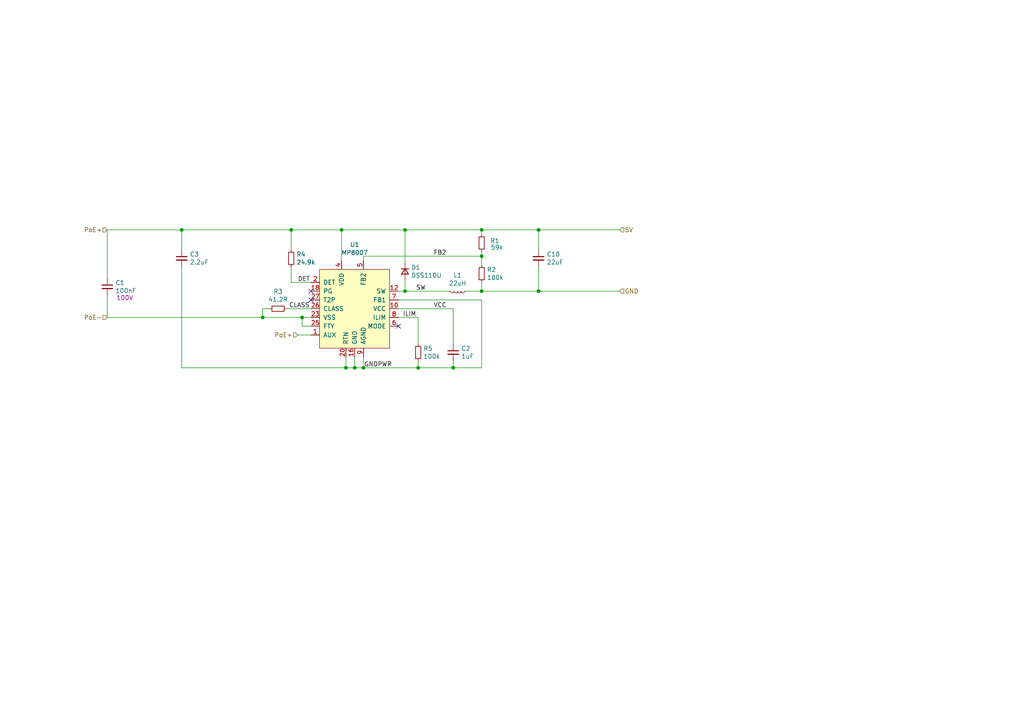
<source format=kicad_sch>
(kicad_sch (version 20211123) (generator eeschema)

  (uuid da469d11-a8a4-414b-9449-d151eeaf4853)

  (paper "A4")

  (lib_symbols
    (symbol "Device:C_Small" (pin_numbers hide) (pin_names (offset 0.254) hide) (in_bom yes) (on_board yes)
      (property "Reference" "C" (id 0) (at 0.254 1.778 0)
        (effects (font (size 1.27 1.27)) (justify left))
      )
      (property "Value" "C_Small" (id 1) (at 0.254 -2.032 0)
        (effects (font (size 1.27 1.27)) (justify left))
      )
      (property "Footprint" "" (id 2) (at 0 0 0)
        (effects (font (size 1.27 1.27)) hide)
      )
      (property "Datasheet" "~" (id 3) (at 0 0 0)
        (effects (font (size 1.27 1.27)) hide)
      )
      (property "ki_keywords" "capacitor cap" (id 4) (at 0 0 0)
        (effects (font (size 1.27 1.27)) hide)
      )
      (property "ki_description" "Unpolarized capacitor, small symbol" (id 5) (at 0 0 0)
        (effects (font (size 1.27 1.27)) hide)
      )
      (property "ki_fp_filters" "C_*" (id 6) (at 0 0 0)
        (effects (font (size 1.27 1.27)) hide)
      )
      (symbol "C_Small_0_1"
        (polyline
          (pts
            (xy -1.524 -0.508)
            (xy 1.524 -0.508)
          )
          (stroke (width 0.3302) (type default) (color 0 0 0 0))
          (fill (type none))
        )
        (polyline
          (pts
            (xy -1.524 0.508)
            (xy 1.524 0.508)
          )
          (stroke (width 0.3048) (type default) (color 0 0 0 0))
          (fill (type none))
        )
      )
      (symbol "C_Small_1_1"
        (pin passive line (at 0 2.54 270) (length 2.032)
          (name "~" (effects (font (size 1.27 1.27))))
          (number "1" (effects (font (size 1.27 1.27))))
        )
        (pin passive line (at 0 -2.54 90) (length 2.032)
          (name "~" (effects (font (size 1.27 1.27))))
          (number "2" (effects (font (size 1.27 1.27))))
        )
      )
    )
    (symbol "Device:D_Small" (pin_numbers hide) (pin_names (offset 0.254) hide) (in_bom yes) (on_board yes)
      (property "Reference" "D" (id 0) (at -1.27 2.032 0)
        (effects (font (size 1.27 1.27)) (justify left))
      )
      (property "Value" "D_Small" (id 1) (at -3.81 -2.032 0)
        (effects (font (size 1.27 1.27)) (justify left))
      )
      (property "Footprint" "" (id 2) (at 0 0 90)
        (effects (font (size 1.27 1.27)) hide)
      )
      (property "Datasheet" "~" (id 3) (at 0 0 90)
        (effects (font (size 1.27 1.27)) hide)
      )
      (property "ki_keywords" "diode" (id 4) (at 0 0 0)
        (effects (font (size 1.27 1.27)) hide)
      )
      (property "ki_description" "Diode, small symbol" (id 5) (at 0 0 0)
        (effects (font (size 1.27 1.27)) hide)
      )
      (property "ki_fp_filters" "TO-???* *_Diode_* *SingleDiode* D_*" (id 6) (at 0 0 0)
        (effects (font (size 1.27 1.27)) hide)
      )
      (symbol "D_Small_0_1"
        (polyline
          (pts
            (xy -0.762 -1.016)
            (xy -0.762 1.016)
          )
          (stroke (width 0.254) (type default) (color 0 0 0 0))
          (fill (type none))
        )
        (polyline
          (pts
            (xy -0.762 0)
            (xy 0.762 0)
          )
          (stroke (width 0) (type default) (color 0 0 0 0))
          (fill (type none))
        )
        (polyline
          (pts
            (xy 0.762 -1.016)
            (xy -0.762 0)
            (xy 0.762 1.016)
            (xy 0.762 -1.016)
          )
          (stroke (width 0.254) (type default) (color 0 0 0 0))
          (fill (type none))
        )
      )
      (symbol "D_Small_1_1"
        (pin passive line (at -2.54 0 0) (length 1.778)
          (name "K" (effects (font (size 1.27 1.27))))
          (number "1" (effects (font (size 1.27 1.27))))
        )
        (pin passive line (at 2.54 0 180) (length 1.778)
          (name "A" (effects (font (size 1.27 1.27))))
          (number "2" (effects (font (size 1.27 1.27))))
        )
      )
    )
    (symbol "Device:L_Small" (pin_numbers hide) (pin_names (offset 0.254) hide) (in_bom yes) (on_board yes)
      (property "Reference" "L" (id 0) (at 0.762 1.016 0)
        (effects (font (size 1.27 1.27)) (justify left))
      )
      (property "Value" "L_Small" (id 1) (at 0.762 -1.016 0)
        (effects (font (size 1.27 1.27)) (justify left))
      )
      (property "Footprint" "" (id 2) (at 0 0 0)
        (effects (font (size 1.27 1.27)) hide)
      )
      (property "Datasheet" "~" (id 3) (at 0 0 0)
        (effects (font (size 1.27 1.27)) hide)
      )
      (property "ki_keywords" "inductor choke coil reactor magnetic" (id 4) (at 0 0 0)
        (effects (font (size 1.27 1.27)) hide)
      )
      (property "ki_description" "Inductor, small symbol" (id 5) (at 0 0 0)
        (effects (font (size 1.27 1.27)) hide)
      )
      (property "ki_fp_filters" "Choke_* *Coil* Inductor_* L_*" (id 6) (at 0 0 0)
        (effects (font (size 1.27 1.27)) hide)
      )
      (symbol "L_Small_0_1"
        (arc (start 0 -2.032) (mid 0.508 -1.524) (end 0 -1.016)
          (stroke (width 0) (type default) (color 0 0 0 0))
          (fill (type none))
        )
        (arc (start 0 -1.016) (mid 0.508 -0.508) (end 0 0)
          (stroke (width 0) (type default) (color 0 0 0 0))
          (fill (type none))
        )
        (arc (start 0 0) (mid 0.508 0.508) (end 0 1.016)
          (stroke (width 0) (type default) (color 0 0 0 0))
          (fill (type none))
        )
        (arc (start 0 1.016) (mid 0.508 1.524) (end 0 2.032)
          (stroke (width 0) (type default) (color 0 0 0 0))
          (fill (type none))
        )
      )
      (symbol "L_Small_1_1"
        (pin passive line (at 0 2.54 270) (length 0.508)
          (name "~" (effects (font (size 1.27 1.27))))
          (number "1" (effects (font (size 1.27 1.27))))
        )
        (pin passive line (at 0 -2.54 90) (length 0.508)
          (name "~" (effects (font (size 1.27 1.27))))
          (number "2" (effects (font (size 1.27 1.27))))
        )
      )
    )
    (symbol "Device:R_Small" (pin_numbers hide) (pin_names (offset 0.254) hide) (in_bom yes) (on_board yes)
      (property "Reference" "R" (id 0) (at 0.762 0.508 0)
        (effects (font (size 1.27 1.27)) (justify left))
      )
      (property "Value" "R_Small" (id 1) (at 0.762 -1.016 0)
        (effects (font (size 1.27 1.27)) (justify left))
      )
      (property "Footprint" "" (id 2) (at 0 0 0)
        (effects (font (size 1.27 1.27)) hide)
      )
      (property "Datasheet" "~" (id 3) (at 0 0 0)
        (effects (font (size 1.27 1.27)) hide)
      )
      (property "ki_keywords" "R resistor" (id 4) (at 0 0 0)
        (effects (font (size 1.27 1.27)) hide)
      )
      (property "ki_description" "Resistor, small symbol" (id 5) (at 0 0 0)
        (effects (font (size 1.27 1.27)) hide)
      )
      (property "ki_fp_filters" "R_*" (id 6) (at 0 0 0)
        (effects (font (size 1.27 1.27)) hide)
      )
      (symbol "R_Small_0_1"
        (rectangle (start -0.762 1.778) (end 0.762 -1.778)
          (stroke (width 0.2032) (type default) (color 0 0 0 0))
          (fill (type none))
        )
      )
      (symbol "R_Small_1_1"
        (pin passive line (at 0 2.54 270) (length 0.762)
          (name "~" (effects (font (size 1.27 1.27))))
          (number "1" (effects (font (size 1.27 1.27))))
        )
        (pin passive line (at 0 -2.54 90) (length 0.762)
          (name "~" (effects (font (size 1.27 1.27))))
          (number "2" (effects (font (size 1.27 1.27))))
        )
      )
    )
    (symbol "b052:MP8007" (pin_names (offset 1.016)) (in_bom yes) (on_board yes)
      (property "Reference" "U" (id 0) (at -5.08 11.43 0)
        (effects (font (size 1.27 1.27)))
      )
      (property "Value" "MP8007" (id 1) (at -1.27 -13.97 0)
        (effects (font (size 1.27 1.27)))
      )
      (property "Footprint" "" (id 2) (at -5.08 11.43 0)
        (effects (font (size 1.27 1.27)) hide)
      )
      (property "Datasheet" "" (id 3) (at -5.08 11.43 0)
        (effects (font (size 1.27 1.27)) hide)
      )
      (symbol "MP8007_0_1"
        (rectangle (start -6.35 10.16) (end 13.97 -12.7)
          (stroke (width 0) (type default) (color 0 0 0 0))
          (fill (type background))
        )
      )
      (symbol "MP8007_1_1"
        (pin input line (at -8.89 -8.89 0) (length 2.54)
          (name "AUX" (effects (font (size 1.27 1.27))))
          (number "1" (effects (font (size 1.27 1.27))))
        )
        (pin input line (at 16.51 -1.27 180) (length 2.54)
          (name "VCC" (effects (font (size 1.27 1.27))))
          (number "10" (effects (font (size 1.27 1.27))))
        )
        (pin input line (at 16.51 3.81 180) (length 2.54)
          (name "SW" (effects (font (size 1.27 1.27))))
          (number "12" (effects (font (size 1.27 1.27))))
        )
        (pin input line (at 16.51 3.81 180) (length 2.54) hide
          (name "~" (effects (font (size 1.27 1.27))))
          (number "13" (effects (font (size 1.27 1.27))))
        )
        (pin input line (at 6.35 -15.24 90) (length 2.54) hide
          (name "NC" (effects (font (size 1.27 1.27))))
          (number "14" (effects (font (size 1.27 1.27))))
        )
        (pin input line (at 6.35 -15.24 90) (length 2.54) hide
          (name "NC" (effects (font (size 1.27 1.27))))
          (number "15" (effects (font (size 1.27 1.27))))
        )
        (pin input line (at 3.81 -15.24 90) (length 2.54)
          (name "GND" (effects (font (size 1.27 1.27))))
          (number "16" (effects (font (size 1.27 1.27))))
        )
        (pin input line (at 3.81 -15.24 90) (length 2.54) hide
          (name "~" (effects (font (size 1.27 1.27))))
          (number "17" (effects (font (size 1.27 1.27))))
        )
        (pin input line (at -8.89 3.81 0) (length 2.54)
          (name "PG" (effects (font (size 1.27 1.27))))
          (number "18" (effects (font (size 1.27 1.27))))
        )
        (pin input line (at 6.35 -15.24 90) (length 2.54) hide
          (name "NC" (effects (font (size 1.27 1.27))))
          (number "19" (effects (font (size 1.27 1.27))))
        )
        (pin input line (at -8.89 6.35 0) (length 2.54)
          (name "DET" (effects (font (size 1.27 1.27))))
          (number "2" (effects (font (size 1.27 1.27))))
        )
        (pin input line (at 1.27 -15.24 90) (length 2.54)
          (name "RTN" (effects (font (size 1.27 1.27))))
          (number "20" (effects (font (size 1.27 1.27))))
        )
        (pin input line (at 1.27 -15.24 90) (length 2.54) hide
          (name "~" (effects (font (size 1.27 1.27))))
          (number "21" (effects (font (size 1.27 1.27))))
        )
        (pin input line (at 6.35 -15.24 90) (length 2.54) hide
          (name "NC" (effects (font (size 1.27 1.27))))
          (number "22" (effects (font (size 1.27 1.27))))
        )
        (pin input line (at -8.89 -3.81 0) (length 2.54)
          (name "VSS" (effects (font (size 1.27 1.27))))
          (number "23" (effects (font (size 1.27 1.27))))
        )
        (pin input line (at -8.89 -3.81 0) (length 2.54) hide
          (name "~" (effects (font (size 1.27 1.27))))
          (number "24" (effects (font (size 1.27 1.27))))
        )
        (pin input line (at -8.89 -6.35 0) (length 2.54)
          (name "FTY" (effects (font (size 1.27 1.27))))
          (number "25" (effects (font (size 1.27 1.27))))
        )
        (pin input line (at -8.89 -1.27 0) (length 2.54)
          (name "CLASS" (effects (font (size 1.27 1.27))))
          (number "26" (effects (font (size 1.27 1.27))))
        )
        (pin input line (at -8.89 1.27 0) (length 2.54)
          (name "T2P" (effects (font (size 1.27 1.27))))
          (number "27" (effects (font (size 1.27 1.27))))
        )
        (pin input line (at 3.81 -15.24 90) (length 2.54) hide
          (name "GND" (effects (font (size 1.27 1.27))))
          (number "29" (effects (font (size 1.27 1.27))))
        )
        (pin input line (at 0 12.7 270) (length 2.54)
          (name "VDD" (effects (font (size 1.27 1.27))))
          (number "4" (effects (font (size 1.27 1.27))))
        )
        (pin input line (at 6.35 12.7 270) (length 2.54)
          (name "FB2" (effects (font (size 1.27 1.27))))
          (number "5" (effects (font (size 1.27 1.27))))
        )
        (pin input line (at 16.51 -6.35 180) (length 2.54)
          (name "MODE" (effects (font (size 1.27 1.27))))
          (number "6" (effects (font (size 1.27 1.27))))
        )
        (pin input line (at 16.51 1.27 180) (length 2.54)
          (name "FB1" (effects (font (size 1.27 1.27))))
          (number "7" (effects (font (size 1.27 1.27))))
        )
        (pin input line (at 16.51 -3.81 180) (length 2.54)
          (name "ILIM" (effects (font (size 1.27 1.27))))
          (number "8" (effects (font (size 1.27 1.27))))
        )
        (pin input line (at 6.35 -15.24 90) (length 2.54)
          (name "AGND" (effects (font (size 1.27 1.27))))
          (number "9" (effects (font (size 1.27 1.27))))
        )
      )
    )
  )

  (junction (at 156.21 84.455) (diameter 0) (color 0 0 0 0)
    (uuid 13c0ff76-ed71-4cd9-abb0-92c376825d5d)
  )
  (junction (at 102.87 106.68) (diameter 0) (color 0 0 0 0)
    (uuid 181abe7a-f941-42b6-bd46-aaa3131f90fb)
  )
  (junction (at 84.455 66.675) (diameter 0) (color 0 0 0 0)
    (uuid 1d9cdadc-9036-4a95-b6db-fa7b3b74c869)
  )
  (junction (at 139.7 84.455) (diameter 0) (color 0 0 0 0)
    (uuid 24f7628d-681d-4f0e-8409-40a129e929d9)
  )
  (junction (at 100.33 106.68) (diameter 0) (color 0 0 0 0)
    (uuid 3a7648d8-121a-4921-9b92-9b35b76ce39b)
  )
  (junction (at 139.7 66.675) (diameter 0) (color 0 0 0 0)
    (uuid 3e903008-0276-4a73-8edb-5d9dfde6297c)
  )
  (junction (at 87.63 92.075) (diameter 0) (color 0 0 0 0)
    (uuid 44d8279a-9cd1-4db6-856f-0363131605fc)
  )
  (junction (at 131.445 106.68) (diameter 0) (color 0 0 0 0)
    (uuid 6c2e273e-743c-4f1e-a647-4171f8122550)
  )
  (junction (at 105.41 106.68) (diameter 0) (color 0 0 0 0)
    (uuid 8174b4de-74b1-48db-ab8e-c8432251095b)
  )
  (junction (at 121.285 106.68) (diameter 0) (color 0 0 0 0)
    (uuid 9bb20359-0f8b-45bc-9d38-6626ed3a939d)
  )
  (junction (at 156.21 66.675) (diameter 0) (color 0 0 0 0)
    (uuid a27eb049-c992-4f11-a026-1e6a8d9d0160)
  )
  (junction (at 117.475 66.675) (diameter 0) (color 0 0 0 0)
    (uuid b88717bd-086f-46cd-9d3f-0396009d0996)
  )
  (junction (at 117.475 84.455) (diameter 0) (color 0 0 0 0)
    (uuid c01d25cd-f4bb-4ef3-b5ea-533a2a4ddb2b)
  )
  (junction (at 139.7 74.295) (diameter 0) (color 0 0 0 0)
    (uuid c0eca5ed-bc5e-4618-9bcd-80945bea41ed)
  )
  (junction (at 99.06 66.675) (diameter 0) (color 0 0 0 0)
    (uuid c41b3c8b-634e-435a-b582-96b83bbd4032)
  )
  (junction (at 76.2 92.075) (diameter 0) (color 0 0 0 0)
    (uuid c830e3bc-dc64-4f65-8f47-3b106bae2807)
  )
  (junction (at 52.705 66.675) (diameter 0) (color 0 0 0 0)
    (uuid e8c50f1b-c316-4110-9cce-5c24c65a1eaa)
  )

  (no_connect (at 90.17 84.455) (uuid 6a45789b-3855-401f-8139-3c734f7f52f9))
  (no_connect (at 90.17 86.995) (uuid b1086f75-01ba-4188-8d36-75a9e2828ca9))
  (no_connect (at 115.57 94.615) (uuid d3d7e298-1d39-4294-a3ab-c84cc0dc5e5a))

  (wire (pts (xy 139.7 67.945) (xy 139.7 66.675))
    (stroke (width 0) (type default) (color 0 0 0 0))
    (uuid 0217dfc4-fc13-4699-99ad-d9948522648e)
  )
  (wire (pts (xy 102.87 103.505) (xy 102.87 106.68))
    (stroke (width 0) (type default) (color 0 0 0 0))
    (uuid 0eaa98f0-9565-4637-ace3-42a5231b07f7)
  )
  (wire (pts (xy 52.705 77.47) (xy 52.705 106.68))
    (stroke (width 0) (type default) (color 0 0 0 0))
    (uuid 12422a89-3d0c-485c-9386-f77121fd68fd)
  )
  (wire (pts (xy 31.115 92.075) (xy 76.2 92.075))
    (stroke (width 0) (type default) (color 0 0 0 0))
    (uuid 25d545dc-8f50-4573-922c-35ef5a2a3a19)
  )
  (wire (pts (xy 121.285 99.695) (xy 121.285 92.075))
    (stroke (width 0) (type default) (color 0 0 0 0))
    (uuid 2d210a96-f81f-42a9-8bf4-1b43c11086f3)
  )
  (wire (pts (xy 84.455 81.915) (xy 90.17 81.915))
    (stroke (width 0) (type default) (color 0 0 0 0))
    (uuid 2e642b3e-a476-4c54-9a52-dcea955640cd)
  )
  (wire (pts (xy 135.255 84.455) (xy 139.7 84.455))
    (stroke (width 0) (type default) (color 0 0 0 0))
    (uuid 2f215f15-3d52-4c91-93e6-3ea03a95622f)
  )
  (wire (pts (xy 84.455 66.675) (xy 99.06 66.675))
    (stroke (width 0) (type default) (color 0 0 0 0))
    (uuid 30f15357-ce1d-48b9-93dc-7d9b1b2aa048)
  )
  (wire (pts (xy 139.7 86.995) (xy 139.7 106.68))
    (stroke (width 0) (type default) (color 0 0 0 0))
    (uuid 31e08896-1992-4725-96d9-9d2728bca7a3)
  )
  (wire (pts (xy 131.445 104.775) (xy 131.445 106.68))
    (stroke (width 0) (type default) (color 0 0 0 0))
    (uuid 3cd1bda0-18db-417d-b581-a0c50623df68)
  )
  (wire (pts (xy 31.115 80.645) (xy 31.115 66.675))
    (stroke (width 0) (type default) (color 0 0 0 0))
    (uuid 47baf4b1-0938-497d-88f9-671136aa8be7)
  )
  (wire (pts (xy 115.57 84.455) (xy 117.475 84.455))
    (stroke (width 0) (type default) (color 0 0 0 0))
    (uuid 4a4ec8d9-3d72-4952-83d4-808f65849a2b)
  )
  (wire (pts (xy 90.17 94.615) (xy 87.63 94.615))
    (stroke (width 0) (type default) (color 0 0 0 0))
    (uuid 4fb02e58-160a-4a39-9f22-d0c75e82ee72)
  )
  (wire (pts (xy 76.2 89.535) (xy 76.2 92.075))
    (stroke (width 0) (type default) (color 0 0 0 0))
    (uuid 5fc27c35-3e1c-4f96-817c-93b5570858a6)
  )
  (wire (pts (xy 117.475 66.675) (xy 139.7 66.675))
    (stroke (width 0) (type default) (color 0 0 0 0))
    (uuid 61fe293f-6808-4b7f-9340-9aaac7054a97)
  )
  (wire (pts (xy 139.7 66.675) (xy 156.21 66.675))
    (stroke (width 0) (type default) (color 0 0 0 0))
    (uuid 639c0e59-e95c-4114-bccd-2e7277505454)
  )
  (wire (pts (xy 117.475 76.2) (xy 117.475 66.675))
    (stroke (width 0) (type default) (color 0 0 0 0))
    (uuid 63ff1c93-3f96-4c33-b498-5dd8c33bccc0)
  )
  (wire (pts (xy 99.06 66.675) (xy 117.475 66.675))
    (stroke (width 0) (type default) (color 0 0 0 0))
    (uuid 66043bca-a260-4915-9fce-8a51d324c687)
  )
  (wire (pts (xy 131.445 106.68) (xy 139.7 106.68))
    (stroke (width 0) (type default) (color 0 0 0 0))
    (uuid 666713b0-70f4-42df-8761-f65bc212d03b)
  )
  (wire (pts (xy 139.7 74.295) (xy 139.7 73.025))
    (stroke (width 0) (type default) (color 0 0 0 0))
    (uuid 6bfe5804-2ef9-4c65-b2a7-f01e4014370a)
  )
  (wire (pts (xy 76.2 92.075) (xy 87.63 92.075))
    (stroke (width 0) (type default) (color 0 0 0 0))
    (uuid 6c9b793c-e74d-4754-a2c0-901e73b26f1c)
  )
  (wire (pts (xy 105.41 106.68) (xy 121.285 106.68))
    (stroke (width 0) (type default) (color 0 0 0 0))
    (uuid 6d26d68f-1ca7-4ff3-b058-272f1c399047)
  )
  (wire (pts (xy 105.41 106.68) (xy 102.87 106.68))
    (stroke (width 0) (type default) (color 0 0 0 0))
    (uuid 704d6d51-bb34-4cbf-83d8-841e208048d8)
  )
  (wire (pts (xy 86.36 97.155) (xy 90.17 97.155))
    (stroke (width 0) (type default) (color 0 0 0 0))
    (uuid 716e31c5-485f-40b5-88e3-a75900da9811)
  )
  (wire (pts (xy 105.41 74.295) (xy 139.7 74.295))
    (stroke (width 0) (type default) (color 0 0 0 0))
    (uuid 75ffc65c-7132-4411-9f2a-ae0c73d79338)
  )
  (wire (pts (xy 99.06 66.675) (xy 99.06 75.565))
    (stroke (width 0) (type default) (color 0 0 0 0))
    (uuid 77ed3941-d133-4aef-a9af-5a39322d14eb)
  )
  (wire (pts (xy 52.705 72.39) (xy 52.705 66.675))
    (stroke (width 0) (type default) (color 0 0 0 0))
    (uuid 7d34f6b1-ab31-49be-b011-c67fe67a8a56)
  )
  (wire (pts (xy 115.57 89.535) (xy 131.445 89.535))
    (stroke (width 0) (type default) (color 0 0 0 0))
    (uuid 7dc880bc-e7eb-4cce-8d8c-0b65a9dd788e)
  )
  (wire (pts (xy 156.21 72.39) (xy 156.21 66.675))
    (stroke (width 0) (type default) (color 0 0 0 0))
    (uuid 80094b70-85ab-4ff6-934b-60d5ee65023a)
  )
  (wire (pts (xy 105.41 74.295) (xy 105.41 75.565))
    (stroke (width 0) (type default) (color 0 0 0 0))
    (uuid 852dabbf-de45-4470-8176-59d37a754407)
  )
  (wire (pts (xy 84.455 77.47) (xy 84.455 81.915))
    (stroke (width 0) (type default) (color 0 0 0 0))
    (uuid 87371631-aa02-498a-998a-09bdb74784c1)
  )
  (wire (pts (xy 139.7 84.455) (xy 139.7 81.915))
    (stroke (width 0) (type default) (color 0 0 0 0))
    (uuid 8da933a9-35f8-42e6-8504-d1bab7264306)
  )
  (wire (pts (xy 52.705 106.68) (xy 100.33 106.68))
    (stroke (width 0) (type default) (color 0 0 0 0))
    (uuid 911bdcbe-493f-4e21-a506-7cbc636e2c17)
  )
  (wire (pts (xy 121.285 106.68) (xy 131.445 106.68))
    (stroke (width 0) (type default) (color 0 0 0 0))
    (uuid 9157f4ae-0244-4ff1-9f73-3cb4cbb5f280)
  )
  (wire (pts (xy 117.475 81.28) (xy 117.475 84.455))
    (stroke (width 0) (type default) (color 0 0 0 0))
    (uuid 9b0a1687-7e1b-4a04-a30b-c27a072a2949)
  )
  (wire (pts (xy 117.475 84.455) (xy 130.175 84.455))
    (stroke (width 0) (type default) (color 0 0 0 0))
    (uuid 9e1b837f-0d34-4a18-9644-9ee68f141f46)
  )
  (wire (pts (xy 52.705 66.675) (xy 84.455 66.675))
    (stroke (width 0) (type default) (color 0 0 0 0))
    (uuid 9f8381e9-3077-4453-a480-a01ad9c1a940)
  )
  (wire (pts (xy 121.285 104.775) (xy 121.285 106.68))
    (stroke (width 0) (type default) (color 0 0 0 0))
    (uuid aa14c3bd-4acc-4908-9d28-228585a22a9d)
  )
  (wire (pts (xy 115.57 86.995) (xy 139.7 86.995))
    (stroke (width 0) (type default) (color 0 0 0 0))
    (uuid b5352a33-563a-4ffe-a231-2e68fb54afa3)
  )
  (wire (pts (xy 31.115 66.675) (xy 52.705 66.675))
    (stroke (width 0) (type default) (color 0 0 0 0))
    (uuid babeabf2-f3b0-4ed5-8d9e-0215947e6cf3)
  )
  (wire (pts (xy 139.7 76.835) (xy 139.7 74.295))
    (stroke (width 0) (type default) (color 0 0 0 0))
    (uuid bd5408e4-362d-4e43-9d39-78fb99eb52c8)
  )
  (wire (pts (xy 83.185 89.535) (xy 90.17 89.535))
    (stroke (width 0) (type default) (color 0 0 0 0))
    (uuid c144caa5-b0d4-4cef-840a-d4ad178a2102)
  )
  (wire (pts (xy 156.21 84.455) (xy 179.705 84.455))
    (stroke (width 0) (type default) (color 0 0 0 0))
    (uuid c332fa55-4168-4f55-88a5-f82c7c21040b)
  )
  (wire (pts (xy 102.87 106.68) (xy 100.33 106.68))
    (stroke (width 0) (type default) (color 0 0 0 0))
    (uuid ce83728b-bebd-48c2-8734-b6a50d837931)
  )
  (wire (pts (xy 139.7 84.455) (xy 156.21 84.455))
    (stroke (width 0) (type default) (color 0 0 0 0))
    (uuid d3c11c8f-a73d-4211-934b-a6da255728ad)
  )
  (wire (pts (xy 156.21 77.47) (xy 156.21 84.455))
    (stroke (width 0) (type default) (color 0 0 0 0))
    (uuid d4a1d3c4-b315-4bec-9220-d12a9eab51e0)
  )
  (wire (pts (xy 131.445 99.695) (xy 131.445 89.535))
    (stroke (width 0) (type default) (color 0 0 0 0))
    (uuid d57dcfee-5058-4fc2-a68b-05f9a48f685b)
  )
  (wire (pts (xy 84.455 72.39) (xy 84.455 66.675))
    (stroke (width 0) (type default) (color 0 0 0 0))
    (uuid d8603679-3e7b-4337-8dbc-1827f5f54d8a)
  )
  (wire (pts (xy 156.21 66.675) (xy 179.705 66.675))
    (stroke (width 0) (type default) (color 0 0 0 0))
    (uuid df32840e-2912-4088-b54c-9a85f64c0265)
  )
  (wire (pts (xy 31.115 85.725) (xy 31.115 92.075))
    (stroke (width 0) (type default) (color 0 0 0 0))
    (uuid e615f7aa-337e-474d-9615-2ad82b1c44ca)
  )
  (wire (pts (xy 121.285 92.075) (xy 115.57 92.075))
    (stroke (width 0) (type default) (color 0 0 0 0))
    (uuid e857610b-4434-4144-b04e-43c1ebdc5ceb)
  )
  (wire (pts (xy 87.63 92.075) (xy 90.17 92.075))
    (stroke (width 0) (type default) (color 0 0 0 0))
    (uuid eb667eea-300e-4ca7-8a6f-4b00de80cd45)
  )
  (wire (pts (xy 87.63 94.615) (xy 87.63 92.075))
    (stroke (width 0) (type default) (color 0 0 0 0))
    (uuid ef8fe2ac-6a7f-4682-9418-b801a1b10a3b)
  )
  (wire (pts (xy 78.105 89.535) (xy 76.2 89.535))
    (stroke (width 0) (type default) (color 0 0 0 0))
    (uuid efeac2a2-7682-4dc7-83ee-f6f1b23da506)
  )
  (wire (pts (xy 100.33 106.68) (xy 100.33 103.505))
    (stroke (width 0) (type default) (color 0 0 0 0))
    (uuid f71da641-16e6-4257-80c3-0b9d804fee4f)
  )
  (wire (pts (xy 105.41 103.505) (xy 105.41 106.68))
    (stroke (width 0) (type default) (color 0 0 0 0))
    (uuid fd470e95-4861-44fe-b1e4-6d8a7c66e144)
  )

  (label "ILIM" (at 116.84 92.075 0)
    (effects (font (size 1.27 1.27)) (justify left bottom))
    (uuid 42684838-035f-422e-b41a-aae537aa9a53)
  )
  (label "GNDPWR" (at 113.665 106.68 180)
    (effects (font (size 1.27 1.27)) (justify right bottom))
    (uuid 48ab88d7-7084-4d02-b109-3ad55a30bb11)
  )
  (label "CLASS" (at 83.82 89.535 0)
    (effects (font (size 1.27 1.27)) (justify left bottom))
    (uuid 4b760b2d-f410-4c3e-be0c-597d7b3221ae)
  )
  (label "VCC" (at 125.73 89.535 0)
    (effects (font (size 1.27 1.27)) (justify left bottom))
    (uuid 665abd0c-64f5-4890-ae78-81f156fb5034)
  )
  (label "DET" (at 86.36 81.915 0)
    (effects (font (size 1.27 1.27)) (justify left bottom))
    (uuid 6cfab62f-ae22-4408-9056-1d0ff69b7934)
  )
  (label "SW" (at 120.65 84.455 0)
    (effects (font (size 1.27 1.27)) (justify left bottom))
    (uuid da8dd685-2750-41b3-bd86-1e297ad135f6)
  )
  (label "FB2" (at 125.73 74.295 0)
    (effects (font (size 1.27 1.27)) (justify left bottom))
    (uuid f50e4f7c-6762-41a0-a944-d4f80bdab84a)
  )

  (hierarchical_label "PoE+" (shape input) (at 86.36 97.155 180)
    (effects (font (size 1.27 1.27)) (justify right))
    (uuid 127679a9-3981-4934-815e-896a4e3ff56e)
  )
  (hierarchical_label "5V" (shape input) (at 179.705 66.675 0)
    (effects (font (size 1.27 1.27)) (justify left))
    (uuid 3f5fe6b7-98fc-4d3e-9567-f9f7202d1455)
  )
  (hierarchical_label "PoE-" (shape input) (at 31.115 92.075 180)
    (effects (font (size 1.27 1.27)) (justify right))
    (uuid 5cbb5968-dbb5-4b84-864a-ead1cacf75b9)
  )
  (hierarchical_label "PoE+" (shape input) (at 31.115 66.675 180)
    (effects (font (size 1.27 1.27)) (justify right))
    (uuid afb8e687-4a13-41a1-b8c0-89a749e897fe)
  )
  (hierarchical_label "GND" (shape input) (at 179.705 84.455 0)
    (effects (font (size 1.27 1.27)) (justify left))
    (uuid bb7f0588-d4d8-44bf-9ebf-3c533fe4d6ae)
  )

  (symbol (lib_id "b052:MP8007") (at 99.06 88.265 0) (unit 1)
    (in_bom yes) (on_board yes)
    (uuid 00000000-0000-0000-0000-000060a0318a)
    (property "Reference" "U1" (id 0) (at 102.87 70.9676 0))
    (property "Value" "MP8007" (id 1) (at 102.87 73.279 0))
    (property "Footprint" "Package_DFN_QFN:QFN-28-1EP_4x5mm_P0.5mm_EP2.65x3.65mm_ThermalVias" (id 2) (at 93.98 76.835 0)
      (effects (font (size 1.27 1.27)) hide)
    )
    (property "Datasheet" "" (id 3) (at 93.98 76.835 0)
      (effects (font (size 1.27 1.27)) hide)
    )
    (pin "1" (uuid d45e7256-661e-4d00-854c-f526f8bf15ad))
    (pin "10" (uuid dc3aba9f-670c-48ff-8d17-ce46b2d14e1b))
    (pin "12" (uuid d2c61604-a816-4601-a1a6-18f90f86b771))
    (pin "13" (uuid ea87411d-3c37-4ee3-8f36-8e3a9f8bd10e))
    (pin "14" (uuid a999881c-a4bc-47d4-9eb8-36f9cdf801e4))
    (pin "15" (uuid 8a105e27-360d-4b14-b314-e5b151d85e0a))
    (pin "16" (uuid dec7721f-253a-41eb-9287-d0b7bc694215))
    (pin "17" (uuid 0e3170e8-bcda-49f0-a05c-16bd526f652b))
    (pin "18" (uuid 2f4e6d3b-e788-40fd-a30d-623725dbb33b))
    (pin "19" (uuid 16f46eb7-3179-4690-ba60-9ec9d64b3378))
    (pin "2" (uuid c5a12768-f9ec-43d1-9832-40cf58ab35d8))
    (pin "20" (uuid 486fb20f-4d44-4d0e-98e3-b32ec2eda971))
    (pin "21" (uuid 9a8b7046-99b9-43b5-9740-2bf42c50fd1e))
    (pin "22" (uuid 6abfd228-b84c-4c51-a63b-e85b0dd8af0d))
    (pin "23" (uuid 2503d954-ef99-4072-b4c2-68d293469a5a))
    (pin "24" (uuid c5119c27-886e-4e5d-a3d6-b687afc97a5f))
    (pin "25" (uuid 41a21862-965c-43a6-a37c-e7f05eddb9f6))
    (pin "26" (uuid a1ff99f3-4674-4b77-aaee-8bfef9eeac71))
    (pin "27" (uuid b55d8c60-122f-4b07-af35-8b61ef7e15af))
    (pin "29" (uuid 58f05cab-efdd-4aa9-a5ca-3b2017dba7ad))
    (pin "4" (uuid 028fa86a-5859-41be-bd1f-58207503dfac))
    (pin "5" (uuid 7a683382-1dbf-447f-8e83-d7e70b931d63))
    (pin "6" (uuid fc884eb3-6cbb-4007-990b-4188d2e9ee00))
    (pin "7" (uuid 3b36b69e-2dff-40a2-b090-111e9cc6e87d))
    (pin "8" (uuid 43789822-7973-4f94-a080-806a43eec52c))
    (pin "9" (uuid 6fbf06b6-aa78-493f-9ea2-e7b5da773fcd))
  )

  (symbol (lib_id "Device:C_Small") (at 31.115 83.185 0) (unit 1)
    (in_bom yes) (on_board yes)
    (uuid 00000000-0000-0000-0000-000060a06e25)
    (property "Reference" "C1" (id 0) (at 33.4518 82.0166 0)
      (effects (font (size 1.27 1.27)) (justify left))
    )
    (property "Value" "100nF" (id 1) (at 33.4518 84.328 0)
      (effects (font (size 1.27 1.27)) (justify left))
    )
    (property "Footprint" "Capacitor_SMD:C_0603_1608Metric" (id 2) (at 31.115 83.185 0)
      (effects (font (size 1.27 1.27)) hide)
    )
    (property "Datasheet" "~" (id 3) (at 31.115 83.185 0)
      (effects (font (size 1.27 1.27)) hide)
    )
    (property "Voltage" "100V" (id 4) (at 36.195 86.36 0))
    (pin "1" (uuid 457763d2-86b1-4f16-90c8-113820390f37))
    (pin "2" (uuid 4b2118cf-fb52-4113-a818-0a42fecbb1e6))
  )

  (symbol (lib_id "Device:R_Small") (at 84.455 74.93 0) (unit 1)
    (in_bom yes) (on_board yes)
    (uuid 00000000-0000-0000-0000-000060a0839d)
    (property "Reference" "R4" (id 0) (at 85.9536 73.7616 0)
      (effects (font (size 1.27 1.27)) (justify left))
    )
    (property "Value" "24.9k" (id 1) (at 85.9536 76.073 0)
      (effects (font (size 1.27 1.27)) (justify left))
    )
    (property "Footprint" "Resistor_SMD:R_0402_1005Metric" (id 2) (at 84.455 74.93 0)
      (effects (font (size 1.27 1.27)) hide)
    )
    (property "Datasheet" "~" (id 3) (at 84.455 74.93 0)
      (effects (font (size 1.27 1.27)) hide)
    )
    (pin "1" (uuid 48009e63-8dca-41c7-8d95-bd4dc68d0472))
    (pin "2" (uuid c24f6dda-4e88-46d6-891a-2292666a3f6c))
  )

  (symbol (lib_id "Device:R_Small") (at 80.645 89.535 270) (unit 1)
    (in_bom yes) (on_board yes)
    (uuid 00000000-0000-0000-0000-000060a08fa6)
    (property "Reference" "R3" (id 0) (at 80.645 84.5566 90))
    (property "Value" "41.2R" (id 1) (at 80.645 86.868 90))
    (property "Footprint" "Resistor_SMD:R_0402_1005Metric" (id 2) (at 80.645 89.535 0)
      (effects (font (size 1.27 1.27)) hide)
    )
    (property "Datasheet" "~" (id 3) (at 80.645 89.535 0)
      (effects (font (size 1.27 1.27)) hide)
    )
    (pin "1" (uuid 90b6d63a-e0ed-40d8-aa18-bc361c596675))
    (pin "2" (uuid a2a358ce-235e-4fcc-ac24-30f1122ba0a2))
  )

  (symbol (lib_id "Device:C_Small") (at 131.445 102.235 0) (unit 1)
    (in_bom yes) (on_board yes)
    (uuid 00000000-0000-0000-0000-000060a1ec7f)
    (property "Reference" "C2" (id 0) (at 133.7818 101.0666 0)
      (effects (font (size 1.27 1.27)) (justify left))
    )
    (property "Value" "1uF" (id 1) (at 133.7818 103.378 0)
      (effects (font (size 1.27 1.27)) (justify left))
    )
    (property "Footprint" "Capacitor_SMD:C_0402_1005Metric" (id 2) (at 131.445 102.235 0)
      (effects (font (size 1.27 1.27)) hide)
    )
    (property "Datasheet" "~" (id 3) (at 131.445 102.235 0)
      (effects (font (size 1.27 1.27)) hide)
    )
    (pin "1" (uuid ae99347b-d615-4cca-b6e3-da90051cd746))
    (pin "2" (uuid c19d2924-d975-404d-a72e-317851bf72a8))
  )

  (symbol (lib_id "Device:R_Small") (at 121.285 102.235 0) (unit 1)
    (in_bom yes) (on_board yes)
    (uuid 00000000-0000-0000-0000-000060a2372f)
    (property "Reference" "R5" (id 0) (at 122.7836 101.0666 0)
      (effects (font (size 1.27 1.27)) (justify left))
    )
    (property "Value" "100k" (id 1) (at 122.7836 103.378 0)
      (effects (font (size 1.27 1.27)) (justify left))
    )
    (property "Footprint" "Resistor_SMD:R_0402_1005Metric" (id 2) (at 121.285 102.235 0)
      (effects (font (size 1.27 1.27)) hide)
    )
    (property "Datasheet" "~" (id 3) (at 121.285 102.235 0)
      (effects (font (size 1.27 1.27)) hide)
    )
    (pin "1" (uuid 90bdf8b3-979d-47a5-a553-16f3f2d65734))
    (pin "2" (uuid efd4d00a-a7db-4bd5-87d8-7a1d99931c14))
  )

  (symbol (lib_id "Device:R_Small") (at 139.7 70.485 180) (unit 1)
    (in_bom yes) (on_board yes)
    (uuid 00000000-0000-0000-0000-000060a2d39d)
    (property "Reference" "R1" (id 0) (at 143.51 69.85 0))
    (property "Value" "59k" (id 1) (at 144.145 71.755 0))
    (property "Footprint" "Resistor_SMD:R_0402_1005Metric" (id 2) (at 139.7 70.485 0)
      (effects (font (size 1.27 1.27)) hide)
    )
    (property "Datasheet" "~" (id 3) (at 139.7 70.485 0)
      (effects (font (size 1.27 1.27)) hide)
    )
    (pin "1" (uuid b08a5218-3c22-4695-ab71-ac0793f0ef12))
    (pin "2" (uuid 8f1fd0e6-3131-44eb-8cae-19bdab9edcfb))
  )

  (symbol (lib_id "Device:R_Small") (at 139.7 79.375 180) (unit 1)
    (in_bom yes) (on_board yes)
    (uuid 00000000-0000-0000-0000-000060a2d79d)
    (property "Reference" "R2" (id 0) (at 141.1986 78.2066 0)
      (effects (font (size 1.27 1.27)) (justify right))
    )
    (property "Value" "100k" (id 1) (at 141.1986 80.518 0)
      (effects (font (size 1.27 1.27)) (justify right))
    )
    (property "Footprint" "Resistor_SMD:R_0402_1005Metric" (id 2) (at 139.7 79.375 0)
      (effects (font (size 1.27 1.27)) hide)
    )
    (property "Datasheet" "~" (id 3) (at 139.7 79.375 0)
      (effects (font (size 1.27 1.27)) hide)
    )
    (pin "1" (uuid 52a4de9f-b6bb-45b4-8a08-55e931360140))
    (pin "2" (uuid ddbf5ec5-6bcd-435d-aef5-27df202a0f49))
  )

  (symbol (lib_id "Device:C_Small") (at 156.21 74.93 0) (unit 1)
    (in_bom yes) (on_board yes)
    (uuid 00000000-0000-0000-0000-000060a50237)
    (property "Reference" "C10" (id 0) (at 158.5468 73.7616 0)
      (effects (font (size 1.27 1.27)) (justify left))
    )
    (property "Value" "22uF" (id 1) (at 158.5468 76.073 0)
      (effects (font (size 1.27 1.27)) (justify left))
    )
    (property "Footprint" "Capacitor_SMD:C_0603_1608Metric" (id 2) (at 156.21 74.93 0)
      (effects (font (size 1.27 1.27)) hide)
    )
    (property "Datasheet" "~" (id 3) (at 156.21 74.93 0)
      (effects (font (size 1.27 1.27)) hide)
    )
    (pin "1" (uuid a59a7927-0a9c-48b1-8d02-37baf1009ef6))
    (pin "2" (uuid 650bc78a-5fbb-4278-8443-ce2009577e99))
  )

  (symbol (lib_id "Device:L_Small") (at 132.715 84.455 270) (unit 1)
    (in_bom yes) (on_board yes)
    (uuid 00000000-0000-0000-0000-000060b44b88)
    (property "Reference" "L1" (id 0) (at 132.715 79.8576 90))
    (property "Value" "22uH" (id 1) (at 132.715 82.169 90))
    (property "Footprint" "Inductor_SMD:L_Taiyo-Yuden_NR-30xx" (id 2) (at 132.715 84.455 0)
      (effects (font (size 1.27 1.27)) hide)
    )
    (property "Datasheet" "~" (id 3) (at 132.715 84.455 0)
      (effects (font (size 1.27 1.27)) hide)
    )
    (property "MPN" "HPC 3015TF-220M" (id 4) (at 132.715 84.455 90)
      (effects (font (size 1.27 1.27)) hide)
    )
    (property "Digi-Key_PN" "4816-HPC3015TF-220MCT-ND" (id 5) (at 132.715 84.455 90)
      (effects (font (size 1.27 1.27)) hide)
    )
    (pin "1" (uuid fdb1b91d-20bc-43d1-b915-9fd686d30528))
    (pin "2" (uuid cb81a946-0e3f-49fb-80d8-323e2a3e13e8))
  )

  (symbol (lib_id "Device:D_Small") (at 117.475 78.74 270) (unit 1)
    (in_bom yes) (on_board yes)
    (uuid 00000000-0000-0000-0000-000060b4780e)
    (property "Reference" "D1" (id 0) (at 119.253 77.5716 90)
      (effects (font (size 1.27 1.27)) (justify left))
    )
    (property "Value" "DSS110U" (id 1) (at 119.253 79.883 90)
      (effects (font (size 1.27 1.27)) (justify left))
    )
    (property "Footprint" "Diode_SMD:D_SOD-323F" (id 2) (at 117.475 78.74 90)
      (effects (font (size 1.27 1.27)) hide)
    )
    (property "Datasheet" "~" (id 3) (at 117.475 78.74 90)
      (effects (font (size 1.27 1.27)) hide)
    )
    (property "MPN" "DSS110U" (id 4) (at 117.475 78.74 90)
      (effects (font (size 1.27 1.27)) hide)
    )
    (pin "1" (uuid c4f3bfa9-43fd-457b-a4c0-5563ce33b83d))
    (pin "2" (uuid 173f446f-47cc-44d2-9c2e-6bcbf65bb69b))
  )

  (symbol (lib_id "Device:C_Small") (at 52.705 74.93 0) (unit 1)
    (in_bom yes) (on_board yes)
    (uuid 00000000-0000-0000-0000-000060bc6c5f)
    (property "Reference" "C3" (id 0) (at 55.0418 73.7616 0)
      (effects (font (size 1.27 1.27)) (justify left))
    )
    (property "Value" "2.2uF" (id 1) (at 55.0418 76.073 0)
      (effects (font (size 1.27 1.27)) (justify left))
    )
    (property "Footprint" "Capacitor_SMD:C_1206_3216Metric" (id 2) (at 52.705 74.93 0)
      (effects (font (size 1.27 1.27)) hide)
    )
    (property "Datasheet" "~" (id 3) (at 52.705 74.93 0)
      (effects (font (size 1.27 1.27)) hide)
    )
    (pin "1" (uuid 8b9aa3b3-4c13-491e-80b6-635cc48493af))
    (pin "2" (uuid 8ce951c3-2931-4a58-9fb8-f5b5f2a53e54))
  )
)

</source>
